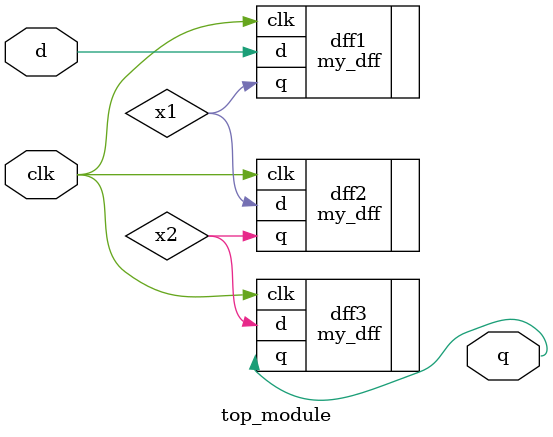
<source format=v>
/*module my_dff (input clk, d, output reg q); //None Blocking style
  always @(posedge clk) begin
    q <= d;
  end
endmodule*/
module top_module ( input clk, input d, output reg q );
    wire x1, x2;
    my_dff dff1( .clk(clk), .d(d),.q(x1));
    my_dff dff2( .clk(clk),.d(x1),.q(x2));
    my_dff dff3( .clk(clk),.d(x2),.q(q));
    
  //  dff inst_1 (.d(data), .q(net_1), .clk(clock));
  //dff inst_2 (.clk(clock), .d(net_1), .q(q_out));
endmodule


</source>
